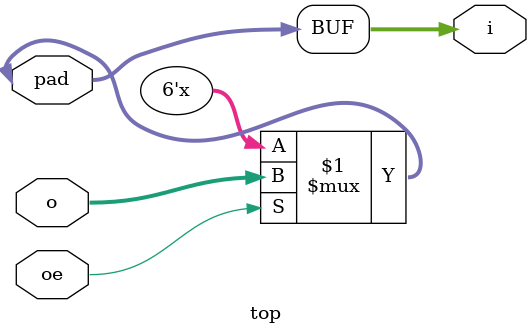
<source format=v>
/* Machine-generated using Migen */
module top(
	inout [5:0] pad,
	input [5:0] o,
	input oe,
	output [5:0] i
);



assign pad = oe ? o : 6'bz;
assign i = pad;

endmodule



</source>
